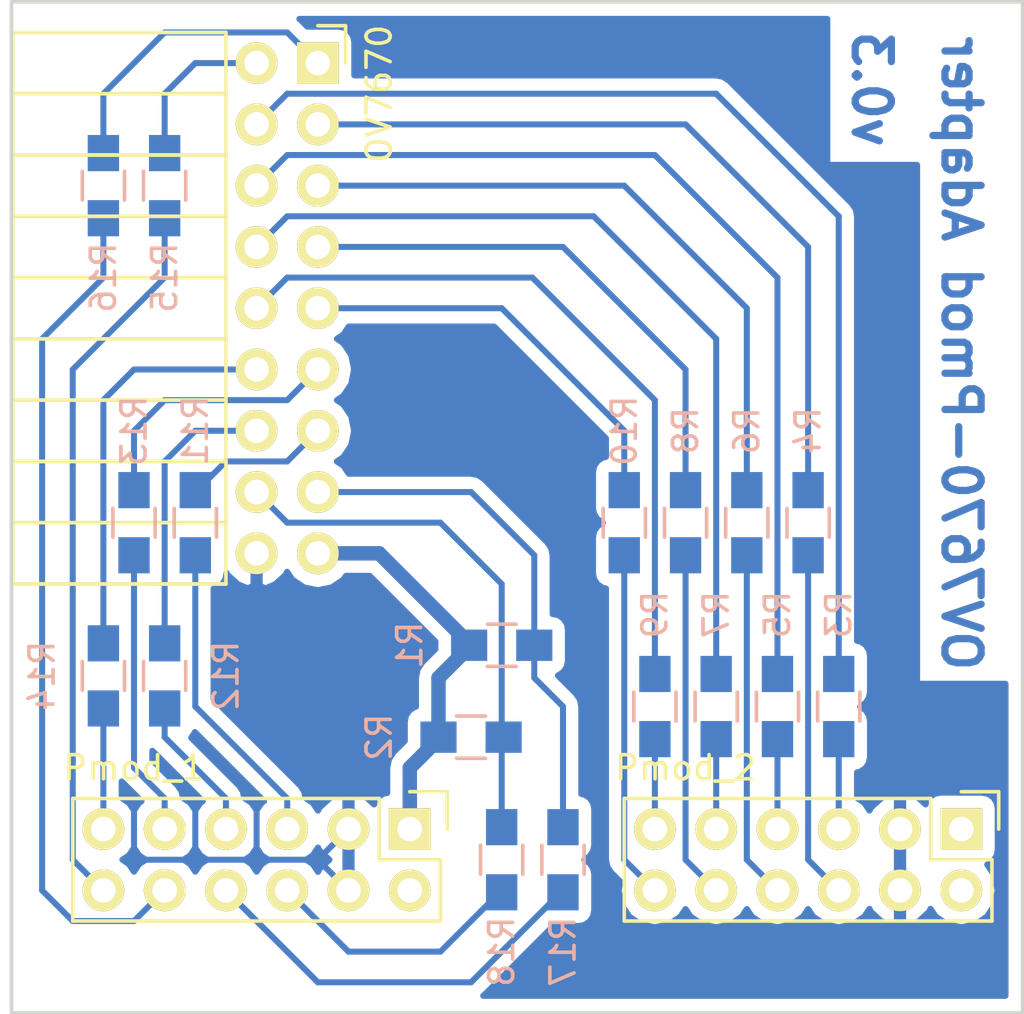
<source format=kicad_pcb>
(kicad_pcb (version 4) (host pcbnew 4.0.2+dfsg1-stable)

  (general
    (links 44)
    (no_connects 4)
    (area 125.654999 83.744999 167.715001 125.805001)
    (thickness 1.6)
    (drawings 6)
    (tracks 118)
    (zones 0)
    (modules 21)
    (nets 35)
  )

  (page A4)
  (layers
    (0 F.Cu power)
    (31 B.Cu mixed)
    (33 F.Adhes user)
    (35 F.Paste user)
    (37 F.SilkS user)
    (39 F.Mask user)
    (40 Dwgs.User user)
    (41 Cmts.User user)
    (42 Eco1.User user)
    (43 Eco2.User user)
    (44 Edge.Cuts user)
    (45 Margin user)
    (47 F.CrtYd user)
    (49 F.Fab user)
  )

  (setup
    (last_trace_width 0.25)
    (trace_clearance 0.2)
    (zone_clearance 0.508)
    (zone_45_only no)
    (trace_min 0.2)
    (segment_width 0.2)
    (edge_width 0.15)
    (via_size 0.6)
    (via_drill 0.4)
    (via_min_size 0.4)
    (via_min_drill 0.3)
    (uvia_size 0.3)
    (uvia_drill 0.1)
    (uvias_allowed no)
    (uvia_min_size 0.2)
    (uvia_min_drill 0.1)
    (pcb_text_width 0.3)
    (pcb_text_size 1.5 1.5)
    (mod_edge_width 0.15)
    (mod_text_size 1 1)
    (mod_text_width 0.15)
    (pad_size 1.524 1.524)
    (pad_drill 0.762)
    (pad_to_mask_clearance 0.2)
    (aux_axis_origin 0 0)
    (visible_elements FFFFFF7F)
    (pcbplotparams
      (layerselection 0x00020_80000001)
      (usegerberextensions false)
      (excludeedgelayer true)
      (linewidth 0.100000)
      (plotframeref false)
      (viasonmask false)
      (mode 1)
      (useauxorigin false)
      (hpglpennumber 1)
      (hpglpenspeed 20)
      (hpglpendiameter 15)
      (hpglpenoverlay 2)
      (psnegative false)
      (psa4output false)
      (plotreference true)
      (plotvalue true)
      (plotinvisibletext false)
      (padsonsilk false)
      (subtractmaskfromsilk false)
      (outputformat 4)
      (mirror false)
      (drillshape 0)
      (scaleselection 1)
      (outputdirectory plot/))
  )

  (net 0 "")
  (net 1 /D7)
  (net 2 /D6)
  (net 3 /D4)
  (net 4 /D5)
  (net 5 /D2)
  (net 6 /D3)
  (net 7 /D0)
  (net 8 /D1)
  (net 9 /RESET)
  (net 10 /PWDN)
  (net 11 /PCLK)
  (net 12 /XCLK)
  (net 13 /SIOC)
  (net 14 /SIOD)
  (net 15 /VSYNC)
  (net 16 /HREF)
  (net 17 VCC)
  (net 18 /GND)
  (net 19 /D1_r)
  (net 20 /RESET_r)
  (net 21 /PWDN_r)
  (net 22 /D0_r)
  (net 23 /D3_r)
  (net 24 /D2_r)
  (net 25 /D5_r)
  (net 26 /D4_r)
  (net 27 /D7_r)
  (net 28 /D6_r)
  (net 29 /PCLK_r)
  (net 30 /XCLK_r)
  (net 31 /VSYNC_r)
  (net 32 /HREF_r)
  (net 33 /SIOC_r)
  (net 34 /SIOD_r)

  (net_class Default "This is the default net class."
    (clearance 0.2)
    (trace_width 0.25)
    (via_dia 0.6)
    (via_drill 0.4)
    (uvia_dia 0.3)
    (uvia_drill 0.1)
    (add_net /D0)
    (add_net /D0_r)
    (add_net /D1)
    (add_net /D1_r)
    (add_net /D2)
    (add_net /D2_r)
    (add_net /D3)
    (add_net /D3_r)
    (add_net /D4)
    (add_net /D4_r)
    (add_net /D5)
    (add_net /D5_r)
    (add_net /D6)
    (add_net /D6_r)
    (add_net /D7)
    (add_net /D7_r)
    (add_net /GND)
    (add_net /HREF)
    (add_net /HREF_r)
    (add_net /PCLK)
    (add_net /PCLK_r)
    (add_net /PWDN)
    (add_net /PWDN_r)
    (add_net /RESET)
    (add_net /RESET_r)
    (add_net /SIOC)
    (add_net /SIOC_r)
    (add_net /SIOD)
    (add_net /SIOD_r)
    (add_net /VSYNC)
    (add_net /VSYNC_r)
    (add_net /XCLK)
    (add_net /XCLK_r)
  )

  (net_class VCC ""
    (clearance 0.2)
    (trace_width 0.6)
    (via_dia 0.6)
    (via_drill 0.4)
    (uvia_dia 0.3)
    (uvia_drill 0.1)
    (add_net VCC)
  )

  (module Socket_Strips:Socket_Strip_Angled_2x09 (layer F.Cu) (tedit 5AD873B6) (tstamp 5A93EDFF)
    (at 138.43 86.36 270)
    (descr "Through hole socket strip")
    (tags "socket strip")
    (path /5A90C7CF)
    (fp_text reference OV7670 (at 1.27 -2.54 270) (layer F.SilkS)
      (effects (font (size 1 1) (thickness 0.15)))
    )
    (fp_text value CONN_02X09 (at 16.51 -2.54 270) (layer F.Fab)
      (effects (font (size 1 1) (thickness 0.15)))
    )
    (fp_line (start -1.75 -1.35) (end -1.75 13.15) (layer F.CrtYd) (width 0.05))
    (fp_line (start 22.1 -1.35) (end 22.1 13.15) (layer F.CrtYd) (width 0.05))
    (fp_line (start -1.75 -1.35) (end 22.1 -1.35) (layer F.CrtYd) (width 0.05))
    (fp_line (start -1.75 13.15) (end 22.1 13.15) (layer F.CrtYd) (width 0.05))
    (fp_line (start 16.51 3.81) (end 16.51 12.64) (layer F.SilkS) (width 0.15))
    (fp_line (start 13.97 3.81) (end 16.51 3.81) (layer F.SilkS) (width 0.15))
    (fp_line (start 13.97 12.64) (end 16.51 12.64) (layer F.SilkS) (width 0.15))
    (fp_line (start 16.51 12.64) (end 16.51 3.81) (layer F.SilkS) (width 0.15))
    (fp_line (start 19.05 12.64) (end 19.05 3.81) (layer F.SilkS) (width 0.15))
    (fp_line (start 16.51 12.64) (end 19.05 12.64) (layer F.SilkS) (width 0.15))
    (fp_line (start 16.51 3.81) (end 19.05 3.81) (layer F.SilkS) (width 0.15))
    (fp_line (start 19.05 3.81) (end 19.05 12.64) (layer F.SilkS) (width 0.15))
    (fp_line (start 21.59 3.81) (end 21.59 12.64) (layer F.SilkS) (width 0.15))
    (fp_line (start 19.05 3.81) (end 21.59 3.81) (layer F.SilkS) (width 0.15))
    (fp_line (start 19.05 12.64) (end 21.59 12.64) (layer F.SilkS) (width 0.15))
    (fp_line (start 21.59 12.64) (end 21.59 3.81) (layer F.SilkS) (width 0.15))
    (fp_line (start 13.97 12.64) (end 13.97 3.81) (layer F.SilkS) (width 0.15))
    (fp_line (start 11.43 12.64) (end 13.97 12.64) (layer F.SilkS) (width 0.15))
    (fp_line (start 11.43 3.81) (end 13.97 3.81) (layer F.SilkS) (width 0.15))
    (fp_line (start 13.97 3.81) (end 13.97 12.64) (layer F.SilkS) (width 0.15))
    (fp_line (start 11.43 3.81) (end 11.43 12.64) (layer F.SilkS) (width 0.15))
    (fp_line (start 8.89 3.81) (end 11.43 3.81) (layer F.SilkS) (width 0.15))
    (fp_line (start 8.89 12.64) (end 11.43 12.64) (layer F.SilkS) (width 0.15))
    (fp_line (start 11.43 12.64) (end 11.43 3.81) (layer F.SilkS) (width 0.15))
    (fp_line (start 8.89 12.64) (end 8.89 3.81) (layer F.SilkS) (width 0.15))
    (fp_line (start 6.35 12.64) (end 8.89 12.64) (layer F.SilkS) (width 0.15))
    (fp_line (start 6.35 3.81) (end 8.89 3.81) (layer F.SilkS) (width 0.15))
    (fp_line (start 8.89 3.81) (end 8.89 12.64) (layer F.SilkS) (width 0.15))
    (fp_line (start 6.35 3.81) (end 6.35 12.64) (layer F.SilkS) (width 0.15))
    (fp_line (start 3.81 3.81) (end 6.35 3.81) (layer F.SilkS) (width 0.15))
    (fp_line (start 3.81 12.64) (end 6.35 12.64) (layer F.SilkS) (width 0.15))
    (fp_line (start 6.35 12.64) (end 6.35 3.81) (layer F.SilkS) (width 0.15))
    (fp_line (start 3.81 12.64) (end 3.81 3.81) (layer F.SilkS) (width 0.15))
    (fp_line (start 1.27 12.64) (end 3.81 12.64) (layer F.SilkS) (width 0.15))
    (fp_line (start 1.27 3.81) (end 3.81 3.81) (layer F.SilkS) (width 0.15))
    (fp_line (start 3.81 3.81) (end 3.81 12.64) (layer F.SilkS) (width 0.15))
    (fp_line (start 1.27 3.81) (end 1.27 12.64) (layer F.SilkS) (width 0.15))
    (fp_line (start -1.27 3.81) (end 1.27 3.81) (layer F.SilkS) (width 0.15))
    (fp_line (start 0 -1.15) (end -1.55 -1.15) (layer F.SilkS) (width 0.15))
    (fp_line (start -1.55 -1.15) (end -1.55 0) (layer F.SilkS) (width 0.15))
    (fp_line (start -1.27 3.81) (end -1.27 12.64) (layer F.SilkS) (width 0.15))
    (fp_line (start -1.27 12.64) (end 1.27 12.64) (layer F.SilkS) (width 0.15))
    (fp_line (start 1.27 12.64) (end 1.27 3.81) (layer F.SilkS) (width 0.15))
    (pad 1 thru_hole rect (at 0 0 270) (size 1.7272 1.7272) (drill 1.016) (layers *.Cu *.Mask F.SilkS)
      (net 20 /RESET_r))
    (pad 2 thru_hole oval (at 0 2.54 270) (size 1.7272 1.7272) (drill 1.016) (layers *.Cu *.Mask F.SilkS)
      (net 21 /PWDN_r))
    (pad 3 thru_hole oval (at 2.54 0 270) (size 1.7272 1.7272) (drill 1.016) (layers *.Cu *.Mask F.SilkS)
      (net 19 /D1_r))
    (pad 4 thru_hole oval (at 2.54 2.54 270) (size 1.7272 1.7272) (drill 1.016) (layers *.Cu *.Mask F.SilkS)
      (net 22 /D0_r))
    (pad 5 thru_hole oval (at 5.08 0 270) (size 1.7272 1.7272) (drill 1.016) (layers *.Cu *.Mask F.SilkS)
      (net 23 /D3_r))
    (pad 6 thru_hole oval (at 5.08 2.54 270) (size 1.7272 1.7272) (drill 1.016) (layers *.Cu *.Mask F.SilkS)
      (net 24 /D2_r))
    (pad 7 thru_hole oval (at 7.62 0 270) (size 1.7272 1.7272) (drill 1.016) (layers *.Cu *.Mask F.SilkS)
      (net 25 /D5_r))
    (pad 8 thru_hole oval (at 7.62 2.54 270) (size 1.7272 1.7272) (drill 1.016) (layers *.Cu *.Mask F.SilkS)
      (net 26 /D4_r))
    (pad 9 thru_hole oval (at 10.16 0 270) (size 1.7272 1.7272) (drill 1.016) (layers *.Cu *.Mask F.SilkS)
      (net 27 /D7_r))
    (pad 10 thru_hole oval (at 10.16 2.54 270) (size 1.7272 1.7272) (drill 1.016) (layers *.Cu *.Mask F.SilkS)
      (net 28 /D6_r))
    (pad 11 thru_hole oval (at 12.7 0 270) (size 1.7272 1.7272) (drill 1.016) (layers *.Cu *.Mask F.SilkS)
      (net 29 /PCLK_r))
    (pad 12 thru_hole oval (at 12.7 2.54 270) (size 1.7272 1.7272) (drill 1.016) (layers *.Cu *.Mask F.SilkS)
      (net 30 /XCLK_r))
    (pad 13 thru_hole oval (at 15.24 0 270) (size 1.7272 1.7272) (drill 1.016) (layers *.Cu *.Mask F.SilkS)
      (net 31 /VSYNC_r))
    (pad 14 thru_hole oval (at 15.24 2.54 270) (size 1.7272 1.7272) (drill 1.016) (layers *.Cu *.Mask F.SilkS)
      (net 32 /HREF_r))
    (pad 15 thru_hole oval (at 17.78 0 270) (size 1.7272 1.7272) (drill 1.016) (layers *.Cu *.Mask F.SilkS)
      (net 33 /SIOC_r))
    (pad 16 thru_hole oval (at 17.78 2.54 270) (size 1.7272 1.7272) (drill 1.016) (layers *.Cu *.Mask F.SilkS)
      (net 34 /SIOD_r))
    (pad 17 thru_hole oval (at 20.32 0 270) (size 1.7272 1.7272) (drill 1.016) (layers *.Cu *.Mask F.SilkS)
      (net 17 VCC))
    (pad 18 thru_hole oval (at 20.32 2.54 270) (size 1.7272 1.7272) (drill 1.016) (layers *.Cu *.Mask F.SilkS)
      (net 18 /GND))
    (model Socket_Strips.3dshapes/Socket_Strip_Angled_2x09.wrl
      (at (xyz 0.4 -0.05 0))
      (scale (xyz 1 1 1))
      (rotate (xyz 0 0 180))
    )
  )

  (module Pin_Headers:Pin_Header_Straight_2x06 (layer F.Cu) (tedit 5A92F11C) (tstamp 5A92F0E2)
    (at 165.1 118.11 270)
    (descr "Through hole pin header")
    (tags "pin header")
    (path /5A90C673)
    (fp_text reference Pmod_2 (at -2.54 11.43 360) (layer F.SilkS)
      (effects (font (size 1 1) (thickness 0.15)))
    )
    (fp_text value CONN_02X06 (at 5.08 3.81 360) (layer F.Fab)
      (effects (font (size 1 1) (thickness 0.15)))
    )
    (fp_line (start -1.75 -1.75) (end -1.75 14.45) (layer F.CrtYd) (width 0.05))
    (fp_line (start 4.3 -1.75) (end 4.3 14.45) (layer F.CrtYd) (width 0.05))
    (fp_line (start -1.75 -1.75) (end 4.3 -1.75) (layer F.CrtYd) (width 0.05))
    (fp_line (start -1.75 14.45) (end 4.3 14.45) (layer F.CrtYd) (width 0.05))
    (fp_line (start 3.81 13.97) (end 3.81 -1.27) (layer F.SilkS) (width 0.15))
    (fp_line (start -1.27 1.27) (end -1.27 13.97) (layer F.SilkS) (width 0.15))
    (fp_line (start 3.81 13.97) (end -1.27 13.97) (layer F.SilkS) (width 0.15))
    (fp_line (start 3.81 -1.27) (end 1.27 -1.27) (layer F.SilkS) (width 0.15))
    (fp_line (start 0 -1.55) (end -1.55 -1.55) (layer F.SilkS) (width 0.15))
    (fp_line (start 1.27 -1.27) (end 1.27 1.27) (layer F.SilkS) (width 0.15))
    (fp_line (start 1.27 1.27) (end -1.27 1.27) (layer F.SilkS) (width 0.15))
    (fp_line (start -1.55 -1.55) (end -1.55 0) (layer F.SilkS) (width 0.15))
    (pad 1 thru_hole rect (at 0 0 270) (size 1.7272 1.7272) (drill 1.016) (layers *.Cu *.Mask F.SilkS)
      (net 17 VCC))
    (pad 2 thru_hole oval (at 2.54 0 270) (size 1.7272 1.7272) (drill 1.016) (layers *.Cu *.Mask F.SilkS)
      (net 17 VCC))
    (pad 3 thru_hole oval (at 0 2.54 270) (size 1.7272 1.7272) (drill 1.016) (layers *.Cu *.Mask F.SilkS)
      (net 18 /GND))
    (pad 4 thru_hole oval (at 2.54 2.54 270) (size 1.7272 1.7272) (drill 1.016) (layers *.Cu *.Mask F.SilkS)
      (net 18 /GND))
    (pad 5 thru_hole oval (at 0 5.08 270) (size 1.7272 1.7272) (drill 1.016) (layers *.Cu *.Mask F.SilkS)
      (net 7 /D0))
    (pad 6 thru_hole oval (at 2.54 5.08 270) (size 1.7272 1.7272) (drill 1.016) (layers *.Cu *.Mask F.SilkS)
      (net 8 /D1))
    (pad 7 thru_hole oval (at 0 7.62 270) (size 1.7272 1.7272) (drill 1.016) (layers *.Cu *.Mask F.SilkS)
      (net 5 /D2))
    (pad 8 thru_hole oval (at 2.54 7.62 270) (size 1.7272 1.7272) (drill 1.016) (layers *.Cu *.Mask F.SilkS)
      (net 6 /D3))
    (pad 9 thru_hole oval (at 0 10.16 270) (size 1.7272 1.7272) (drill 1.016) (layers *.Cu *.Mask F.SilkS)
      (net 3 /D4))
    (pad 10 thru_hole oval (at 2.54 10.16 270) (size 1.7272 1.7272) (drill 1.016) (layers *.Cu *.Mask F.SilkS)
      (net 4 /D5))
    (pad 11 thru_hole oval (at 0 12.7 270) (size 1.7272 1.7272) (drill 1.016) (layers *.Cu *.Mask F.SilkS)
      (net 2 /D6))
    (pad 12 thru_hole oval (at 2.54 12.7 270) (size 1.7272 1.7272) (drill 1.016) (layers *.Cu *.Mask F.SilkS)
      (net 1 /D7))
    (model Pin_Headers.3dshapes/Pin_Header_Straight_2x06.wrl
      (at (xyz 0.05 -0.25 0))
      (scale (xyz 1 1 1))
      (rotate (xyz 0 0 90))
    )
  )

  (module Pin_Headers:Pin_Header_Straight_2x06 (layer F.Cu) (tedit 5A92F124) (tstamp 5A92F082)
    (at 142.24 118.11 270)
    (descr "Through hole pin header")
    (tags "pin header")
    (path /5A90C6F6)
    (fp_text reference Pmod_1 (at -2.54 11.43 360) (layer F.SilkS)
      (effects (font (size 1 1) (thickness 0.15)))
    )
    (fp_text value CONN_02X06 (at 5.08 3.81 360) (layer F.Fab)
      (effects (font (size 1 1) (thickness 0.15)))
    )
    (fp_line (start -1.75 -1.75) (end -1.75 14.45) (layer F.CrtYd) (width 0.05))
    (fp_line (start 4.3 -1.75) (end 4.3 14.45) (layer F.CrtYd) (width 0.05))
    (fp_line (start -1.75 -1.75) (end 4.3 -1.75) (layer F.CrtYd) (width 0.05))
    (fp_line (start -1.75 14.45) (end 4.3 14.45) (layer F.CrtYd) (width 0.05))
    (fp_line (start 3.81 13.97) (end 3.81 -1.27) (layer F.SilkS) (width 0.15))
    (fp_line (start -1.27 1.27) (end -1.27 13.97) (layer F.SilkS) (width 0.15))
    (fp_line (start 3.81 13.97) (end -1.27 13.97) (layer F.SilkS) (width 0.15))
    (fp_line (start 3.81 -1.27) (end 1.27 -1.27) (layer F.SilkS) (width 0.15))
    (fp_line (start 0 -1.55) (end -1.55 -1.55) (layer F.SilkS) (width 0.15))
    (fp_line (start 1.27 -1.27) (end 1.27 1.27) (layer F.SilkS) (width 0.15))
    (fp_line (start 1.27 1.27) (end -1.27 1.27) (layer F.SilkS) (width 0.15))
    (fp_line (start -1.55 -1.55) (end -1.55 0) (layer F.SilkS) (width 0.15))
    (pad 1 thru_hole rect (at 0 0 270) (size 1.7272 1.7272) (drill 1.016) (layers *.Cu *.Mask F.SilkS)
      (net 17 VCC))
    (pad 2 thru_hole oval (at 2.54 0 270) (size 1.7272 1.7272) (drill 1.016) (layers *.Cu *.Mask F.SilkS)
      (net 17 VCC))
    (pad 3 thru_hole oval (at 0 2.54 270) (size 1.7272 1.7272) (drill 1.016) (layers *.Cu *.Mask F.SilkS)
      (net 18 /GND))
    (pad 4 thru_hole oval (at 2.54 2.54 270) (size 1.7272 1.7272) (drill 1.016) (layers *.Cu *.Mask F.SilkS)
      (net 18 /GND))
    (pad 5 thru_hole oval (at 0 5.08 270) (size 1.7272 1.7272) (drill 1.016) (layers *.Cu *.Mask F.SilkS)
      (net 15 /VSYNC))
    (pad 6 thru_hole oval (at 2.54 5.08 270) (size 1.7272 1.7272) (drill 1.016) (layers *.Cu *.Mask F.SilkS)
      (net 14 /SIOD))
    (pad 7 thru_hole oval (at 0 7.62 270) (size 1.7272 1.7272) (drill 1.016) (layers *.Cu *.Mask F.SilkS)
      (net 16 /HREF))
    (pad 8 thru_hole oval (at 2.54 7.62 270) (size 1.7272 1.7272) (drill 1.016) (layers *.Cu *.Mask F.SilkS)
      (net 13 /SIOC))
    (pad 9 thru_hole oval (at 0 10.16 270) (size 1.7272 1.7272) (drill 1.016) (layers *.Cu *.Mask F.SilkS)
      (net 11 /PCLK))
    (pad 10 thru_hole oval (at 2.54 10.16 270) (size 1.7272 1.7272) (drill 1.016) (layers *.Cu *.Mask F.SilkS)
      (net 9 /RESET))
    (pad 11 thru_hole oval (at 0 12.7 270) (size 1.7272 1.7272) (drill 1.016) (layers *.Cu *.Mask F.SilkS)
      (net 12 /XCLK))
    (pad 12 thru_hole oval (at 2.54 12.7 270) (size 1.7272 1.7272) (drill 1.016) (layers *.Cu *.Mask F.SilkS)
      (net 10 /PWDN))
    (model Pin_Headers.3dshapes/Pin_Header_Straight_2x06.wrl
      (at (xyz 0.05 -0.25 0))
      (scale (xyz 1 1 1))
      (rotate (xyz 0 0 90))
    )
  )

  (module Resistors_SMD:R_0805_HandSoldering (layer B.Cu) (tedit 5AD5FC6A) (tstamp 5AD5DF6F)
    (at 160.02 113.03 270)
    (descr "Resistor SMD 0805, hand soldering")
    (tags "resistor 0805")
    (path /5AD5EB4C)
    (attr smd)
    (fp_text reference R3 (at -3.81 0 270) (layer B.SilkS)
      (effects (font (size 1 1) (thickness 0.15)) (justify mirror))
    )
    (fp_text value 100 (at 0 -2.1 270) (layer B.Fab)
      (effects (font (size 1 1) (thickness 0.15)) (justify mirror))
    )
    (fp_line (start -2.4 1) (end 2.4 1) (layer B.CrtYd) (width 0.05))
    (fp_line (start -2.4 -1) (end 2.4 -1) (layer B.CrtYd) (width 0.05))
    (fp_line (start -2.4 1) (end -2.4 -1) (layer B.CrtYd) (width 0.05))
    (fp_line (start 2.4 1) (end 2.4 -1) (layer B.CrtYd) (width 0.05))
    (fp_line (start 0.6 -0.875) (end -0.6 -0.875) (layer B.SilkS) (width 0.15))
    (fp_line (start -0.6 0.875) (end 0.6 0.875) (layer B.SilkS) (width 0.15))
    (pad 1 smd rect (at -1.35 0 270) (size 1.5 1.3) (layers B.Cu)
      (net 22 /D0_r))
    (pad 2 smd rect (at 1.35 0 270) (size 1.5 1.3) (layers B.Cu)
      (net 7 /D0))
    (model Resistors_SMD.3dshapes/R_0805_HandSoldering.wrl
      (at (xyz 0 0 0))
      (scale (xyz 1 1 1))
      (rotate (xyz 0 0 0))
    )
  )

  (module Resistors_SMD:R_0805_HandSoldering (layer B.Cu) (tedit 5AD5FC6E) (tstamp 5AD5EE93)
    (at 158.75 105.41 270)
    (descr "Resistor SMD 0805, hand soldering")
    (tags "resistor 0805")
    (path /5AD5D350)
    (attr smd)
    (fp_text reference R4 (at -3.81 0 270) (layer B.SilkS)
      (effects (font (size 1 1) (thickness 0.15)) (justify mirror))
    )
    (fp_text value 100 (at 0 -1.27 270) (layer B.Fab)
      (effects (font (size 1 1) (thickness 0.15)) (justify mirror))
    )
    (fp_line (start -2.4 1) (end 2.4 1) (layer B.CrtYd) (width 0.05))
    (fp_line (start -2.4 -1) (end 2.4 -1) (layer B.CrtYd) (width 0.05))
    (fp_line (start -2.4 1) (end -2.4 -1) (layer B.CrtYd) (width 0.05))
    (fp_line (start 2.4 1) (end 2.4 -1) (layer B.CrtYd) (width 0.05))
    (fp_line (start 0.6 -0.875) (end -0.6 -0.875) (layer B.SilkS) (width 0.15))
    (fp_line (start -0.6 0.875) (end 0.6 0.875) (layer B.SilkS) (width 0.15))
    (pad 1 smd rect (at -1.35 0 270) (size 1.5 1.3) (layers B.Cu)
      (net 19 /D1_r))
    (pad 2 smd rect (at 1.35 0 270) (size 1.5 1.3) (layers B.Cu)
      (net 8 /D1))
    (model Resistors_SMD.3dshapes/R_0805_HandSoldering.wrl
      (at (xyz 0 0 0))
      (scale (xyz 1 1 1))
      (rotate (xyz 0 0 0))
    )
  )

  (module Resistors_SMD:R_0805_HandSoldering (layer B.Cu) (tedit 5AD5FC66) (tstamp 5AD5EE9F)
    (at 157.48 113.03 270)
    (descr "Resistor SMD 0805, hand soldering")
    (tags "resistor 0805")
    (path /5AD5E928)
    (attr smd)
    (fp_text reference R5 (at -3.81 0 270) (layer B.SilkS)
      (effects (font (size 1 1) (thickness 0.15)) (justify mirror))
    )
    (fp_text value 100 (at 0 -2.1 270) (layer B.Fab)
      (effects (font (size 1 1) (thickness 0.15)) (justify mirror))
    )
    (fp_line (start -2.4 1) (end 2.4 1) (layer B.CrtYd) (width 0.05))
    (fp_line (start -2.4 -1) (end 2.4 -1) (layer B.CrtYd) (width 0.05))
    (fp_line (start -2.4 1) (end -2.4 -1) (layer B.CrtYd) (width 0.05))
    (fp_line (start 2.4 1) (end 2.4 -1) (layer B.CrtYd) (width 0.05))
    (fp_line (start 0.6 -0.875) (end -0.6 -0.875) (layer B.SilkS) (width 0.15))
    (fp_line (start -0.6 0.875) (end 0.6 0.875) (layer B.SilkS) (width 0.15))
    (pad 1 smd rect (at -1.35 0 270) (size 1.5 1.3) (layers B.Cu)
      (net 24 /D2_r))
    (pad 2 smd rect (at 1.35 0 270) (size 1.5 1.3) (layers B.Cu)
      (net 5 /D2))
    (model Resistors_SMD.3dshapes/R_0805_HandSoldering.wrl
      (at (xyz 0 0 0))
      (scale (xyz 1 1 1))
      (rotate (xyz 0 0 0))
    )
  )

  (module Resistors_SMD:R_0805_HandSoldering (layer B.Cu) (tedit 5AD5FC71) (tstamp 5AD5EEAB)
    (at 156.21 105.41 270)
    (descr "Resistor SMD 0805, hand soldering")
    (tags "resistor 0805")
    (path /5AD5E95B)
    (attr smd)
    (fp_text reference R6 (at -3.81 0 270) (layer B.SilkS)
      (effects (font (size 1 1) (thickness 0.15)) (justify mirror))
    )
    (fp_text value 100 (at 0 -2.1 270) (layer B.Fab)
      (effects (font (size 1 1) (thickness 0.15)) (justify mirror))
    )
    (fp_line (start -2.4 1) (end 2.4 1) (layer B.CrtYd) (width 0.05))
    (fp_line (start -2.4 -1) (end 2.4 -1) (layer B.CrtYd) (width 0.05))
    (fp_line (start -2.4 1) (end -2.4 -1) (layer B.CrtYd) (width 0.05))
    (fp_line (start 2.4 1) (end 2.4 -1) (layer B.CrtYd) (width 0.05))
    (fp_line (start 0.6 -0.875) (end -0.6 -0.875) (layer B.SilkS) (width 0.15))
    (fp_line (start -0.6 0.875) (end 0.6 0.875) (layer B.SilkS) (width 0.15))
    (pad 1 smd rect (at -1.35 0 270) (size 1.5 1.3) (layers B.Cu)
      (net 23 /D3_r))
    (pad 2 smd rect (at 1.35 0 270) (size 1.5 1.3) (layers B.Cu)
      (net 6 /D3))
    (model Resistors_SMD.3dshapes/R_0805_HandSoldering.wrl
      (at (xyz 0 0 0))
      (scale (xyz 1 1 1))
      (rotate (xyz 0 0 0))
    )
  )

  (module Resistors_SMD:R_0805_HandSoldering (layer B.Cu) (tedit 5AD5FC63) (tstamp 5AD5EEB7)
    (at 154.94 113.03 270)
    (descr "Resistor SMD 0805, hand soldering")
    (tags "resistor 0805")
    (path /5AD5E989)
    (attr smd)
    (fp_text reference R7 (at -3.81 0 270) (layer B.SilkS)
      (effects (font (size 1 1) (thickness 0.15)) (justify mirror))
    )
    (fp_text value 100 (at 0 -2.1 270) (layer B.Fab)
      (effects (font (size 1 1) (thickness 0.15)) (justify mirror))
    )
    (fp_line (start -2.4 1) (end 2.4 1) (layer B.CrtYd) (width 0.05))
    (fp_line (start -2.4 -1) (end 2.4 -1) (layer B.CrtYd) (width 0.05))
    (fp_line (start -2.4 1) (end -2.4 -1) (layer B.CrtYd) (width 0.05))
    (fp_line (start 2.4 1) (end 2.4 -1) (layer B.CrtYd) (width 0.05))
    (fp_line (start 0.6 -0.875) (end -0.6 -0.875) (layer B.SilkS) (width 0.15))
    (fp_line (start -0.6 0.875) (end 0.6 0.875) (layer B.SilkS) (width 0.15))
    (pad 1 smd rect (at -1.35 0 270) (size 1.5 1.3) (layers B.Cu)
      (net 26 /D4_r))
    (pad 2 smd rect (at 1.35 0 270) (size 1.5 1.3) (layers B.Cu)
      (net 3 /D4))
    (model Resistors_SMD.3dshapes/R_0805_HandSoldering.wrl
      (at (xyz 0 0 0))
      (scale (xyz 1 1 1))
      (rotate (xyz 0 0 0))
    )
  )

  (module Resistors_SMD:R_0805_HandSoldering (layer B.Cu) (tedit 5AD5FC74) (tstamp 5AD5EEC3)
    (at 153.67 105.41 270)
    (descr "Resistor SMD 0805, hand soldering")
    (tags "resistor 0805")
    (path /5AD5EA33)
    (attr smd)
    (fp_text reference R8 (at -3.81 0 270) (layer B.SilkS)
      (effects (font (size 1 1) (thickness 0.15)) (justify mirror))
    )
    (fp_text value 100 (at 0 -2.1 270) (layer B.Fab)
      (effects (font (size 1 1) (thickness 0.15)) (justify mirror))
    )
    (fp_line (start -2.4 1) (end 2.4 1) (layer B.CrtYd) (width 0.05))
    (fp_line (start -2.4 -1) (end 2.4 -1) (layer B.CrtYd) (width 0.05))
    (fp_line (start -2.4 1) (end -2.4 -1) (layer B.CrtYd) (width 0.05))
    (fp_line (start 2.4 1) (end 2.4 -1) (layer B.CrtYd) (width 0.05))
    (fp_line (start 0.6 -0.875) (end -0.6 -0.875) (layer B.SilkS) (width 0.15))
    (fp_line (start -0.6 0.875) (end 0.6 0.875) (layer B.SilkS) (width 0.15))
    (pad 1 smd rect (at -1.35 0 270) (size 1.5 1.3) (layers B.Cu)
      (net 25 /D5_r))
    (pad 2 smd rect (at 1.35 0 270) (size 1.5 1.3) (layers B.Cu)
      (net 4 /D5))
    (model Resistors_SMD.3dshapes/R_0805_HandSoldering.wrl
      (at (xyz 0 0 0))
      (scale (xyz 1 1 1))
      (rotate (xyz 0 0 0))
    )
  )

  (module Resistors_SMD:R_0805_HandSoldering (layer B.Cu) (tedit 5AD5FC5F) (tstamp 5AD5EECF)
    (at 152.4 113.03 270)
    (descr "Resistor SMD 0805, hand soldering")
    (tags "resistor 0805")
    (path /5AD5EADF)
    (attr smd)
    (fp_text reference R9 (at -3.81 0 270) (layer B.SilkS)
      (effects (font (size 1 1) (thickness 0.15)) (justify mirror))
    )
    (fp_text value 100 (at 0 -2.1 270) (layer B.Fab)
      (effects (font (size 1 1) (thickness 0.15)) (justify mirror))
    )
    (fp_line (start -2.4 1) (end 2.4 1) (layer B.CrtYd) (width 0.05))
    (fp_line (start -2.4 -1) (end 2.4 -1) (layer B.CrtYd) (width 0.05))
    (fp_line (start -2.4 1) (end -2.4 -1) (layer B.CrtYd) (width 0.05))
    (fp_line (start 2.4 1) (end 2.4 -1) (layer B.CrtYd) (width 0.05))
    (fp_line (start 0.6 -0.875) (end -0.6 -0.875) (layer B.SilkS) (width 0.15))
    (fp_line (start -0.6 0.875) (end 0.6 0.875) (layer B.SilkS) (width 0.15))
    (pad 1 smd rect (at -1.35 0 270) (size 1.5 1.3) (layers B.Cu)
      (net 28 /D6_r))
    (pad 2 smd rect (at 1.35 0 270) (size 1.5 1.3) (layers B.Cu)
      (net 2 /D6))
    (model Resistors_SMD.3dshapes/R_0805_HandSoldering.wrl
      (at (xyz 0 0 0))
      (scale (xyz 1 1 1))
      (rotate (xyz 0 0 0))
    )
  )

  (module Resistors_SMD:R_0805_HandSoldering (layer B.Cu) (tedit 5AD5FC77) (tstamp 5AD5EEDB)
    (at 151.13 105.41 270)
    (descr "Resistor SMD 0805, hand soldering")
    (tags "resistor 0805")
    (path /5AD5EB14)
    (attr smd)
    (fp_text reference R10 (at -3.81 0 270) (layer B.SilkS)
      (effects (font (size 1 1) (thickness 0.15)) (justify mirror))
    )
    (fp_text value 100 (at 0 -2.1 270) (layer B.Fab)
      (effects (font (size 1 1) (thickness 0.15)) (justify mirror))
    )
    (fp_line (start -2.4 1) (end 2.4 1) (layer B.CrtYd) (width 0.05))
    (fp_line (start -2.4 -1) (end 2.4 -1) (layer B.CrtYd) (width 0.05))
    (fp_line (start -2.4 1) (end -2.4 -1) (layer B.CrtYd) (width 0.05))
    (fp_line (start 2.4 1) (end 2.4 -1) (layer B.CrtYd) (width 0.05))
    (fp_line (start 0.6 -0.875) (end -0.6 -0.875) (layer B.SilkS) (width 0.15))
    (fp_line (start -0.6 0.875) (end 0.6 0.875) (layer B.SilkS) (width 0.15))
    (pad 1 smd rect (at -1.35 0 270) (size 1.5 1.3) (layers B.Cu)
      (net 27 /D7_r))
    (pad 2 smd rect (at 1.35 0 270) (size 1.5 1.3) (layers B.Cu)
      (net 1 /D7))
    (model Resistors_SMD.3dshapes/R_0805_HandSoldering.wrl
      (at (xyz 0 0 0))
      (scale (xyz 1 1 1))
      (rotate (xyz 0 0 0))
    )
  )

  (module Resistors_SMD:R_0805_HandSoldering (layer B.Cu) (tedit 5AD5FC47) (tstamp 5AD5EEE7)
    (at 133.35 105.41 270)
    (descr "Resistor SMD 0805, hand soldering")
    (tags "resistor 0805")
    (path /5AD60FC6)
    (attr smd)
    (fp_text reference R11 (at -3.81 0 270) (layer B.SilkS)
      (effects (font (size 1 1) (thickness 0.15)) (justify mirror))
    )
    (fp_text value 100 (at 0 -2.1 270) (layer B.Fab)
      (effects (font (size 1 1) (thickness 0.15)) (justify mirror))
    )
    (fp_line (start -2.4 1) (end 2.4 1) (layer B.CrtYd) (width 0.05))
    (fp_line (start -2.4 -1) (end 2.4 -1) (layer B.CrtYd) (width 0.05))
    (fp_line (start -2.4 1) (end -2.4 -1) (layer B.CrtYd) (width 0.05))
    (fp_line (start 2.4 1) (end 2.4 -1) (layer B.CrtYd) (width 0.05))
    (fp_line (start 0.6 -0.875) (end -0.6 -0.875) (layer B.SilkS) (width 0.15))
    (fp_line (start -0.6 0.875) (end 0.6 0.875) (layer B.SilkS) (width 0.15))
    (pad 1 smd rect (at -1.35 0 270) (size 1.5 1.3) (layers B.Cu)
      (net 31 /VSYNC_r))
    (pad 2 smd rect (at 1.35 0 270) (size 1.5 1.3) (layers B.Cu)
      (net 15 /VSYNC))
    (model Resistors_SMD.3dshapes/R_0805_HandSoldering.wrl
      (at (xyz 0 0 0))
      (scale (xyz 1 1 1))
      (rotate (xyz 0 0 0))
    )
  )

  (module Resistors_SMD:R_0805_HandSoldering (layer B.Cu) (tedit 5AD87933) (tstamp 5AD5EEF3)
    (at 132.08 111.76 270)
    (descr "Resistor SMD 0805, hand soldering")
    (tags "resistor 0805")
    (path /5AD60FCC)
    (attr smd)
    (fp_text reference R12 (at 0 -2.54 270) (layer B.SilkS)
      (effects (font (size 1 1) (thickness 0.15)) (justify mirror))
    )
    (fp_text value 100 (at 0 -2.1 270) (layer B.Fab)
      (effects (font (size 1 1) (thickness 0.15)) (justify mirror))
    )
    (fp_line (start -2.4 1) (end 2.4 1) (layer B.CrtYd) (width 0.05))
    (fp_line (start -2.4 -1) (end 2.4 -1) (layer B.CrtYd) (width 0.05))
    (fp_line (start -2.4 1) (end -2.4 -1) (layer B.CrtYd) (width 0.05))
    (fp_line (start 2.4 1) (end 2.4 -1) (layer B.CrtYd) (width 0.05))
    (fp_line (start 0.6 -0.875) (end -0.6 -0.875) (layer B.SilkS) (width 0.15))
    (fp_line (start -0.6 0.875) (end 0.6 0.875) (layer B.SilkS) (width 0.15))
    (pad 1 smd rect (at -1.35 0 270) (size 1.5 1.3) (layers B.Cu)
      (net 32 /HREF_r))
    (pad 2 smd rect (at 1.35 0 270) (size 1.5 1.3) (layers B.Cu)
      (net 16 /HREF))
    (model Resistors_SMD.3dshapes/R_0805_HandSoldering.wrl
      (at (xyz 0 0 0))
      (scale (xyz 1 1 1))
      (rotate (xyz 0 0 0))
    )
  )

  (module Resistors_SMD:R_0805_HandSoldering (layer B.Cu) (tedit 5AD5FC43) (tstamp 5AD5EEFF)
    (at 130.81 105.41 270)
    (descr "Resistor SMD 0805, hand soldering")
    (tags "resistor 0805")
    (path /5AD60FB9)
    (attr smd)
    (fp_text reference R13 (at -3.81 0 270) (layer B.SilkS)
      (effects (font (size 1 1) (thickness 0.15)) (justify mirror))
    )
    (fp_text value 100 (at 0 -2.1 270) (layer B.Fab)
      (effects (font (size 1 1) (thickness 0.15)) (justify mirror))
    )
    (fp_line (start -2.4 1) (end 2.4 1) (layer B.CrtYd) (width 0.05))
    (fp_line (start -2.4 -1) (end 2.4 -1) (layer B.CrtYd) (width 0.05))
    (fp_line (start -2.4 1) (end -2.4 -1) (layer B.CrtYd) (width 0.05))
    (fp_line (start 2.4 1) (end 2.4 -1) (layer B.CrtYd) (width 0.05))
    (fp_line (start 0.6 -0.875) (end -0.6 -0.875) (layer B.SilkS) (width 0.15))
    (fp_line (start -0.6 0.875) (end 0.6 0.875) (layer B.SilkS) (width 0.15))
    (pad 1 smd rect (at -1.35 0 270) (size 1.5 1.3) (layers B.Cu)
      (net 29 /PCLK_r))
    (pad 2 smd rect (at 1.35 0 270) (size 1.5 1.3) (layers B.Cu)
      (net 11 /PCLK))
    (model Resistors_SMD.3dshapes/R_0805_HandSoldering.wrl
      (at (xyz 0 0 0))
      (scale (xyz 1 1 1))
      (rotate (xyz 0 0 0))
    )
  )

  (module Resistors_SMD:R_0805_HandSoldering (layer B.Cu) (tedit 5AD87931) (tstamp 5AD5EF0B)
    (at 129.54 111.76 270)
    (descr "Resistor SMD 0805, hand soldering")
    (tags "resistor 0805")
    (path /5AD60FC0)
    (attr smd)
    (fp_text reference R14 (at 0 2.54 450) (layer B.SilkS)
      (effects (font (size 1 1) (thickness 0.15)) (justify mirror))
    )
    (fp_text value 100 (at 0 -2.1 270) (layer B.Fab)
      (effects (font (size 1 1) (thickness 0.15)) (justify mirror))
    )
    (fp_line (start -2.4 1) (end 2.4 1) (layer B.CrtYd) (width 0.05))
    (fp_line (start -2.4 -1) (end 2.4 -1) (layer B.CrtYd) (width 0.05))
    (fp_line (start -2.4 1) (end -2.4 -1) (layer B.CrtYd) (width 0.05))
    (fp_line (start 2.4 1) (end 2.4 -1) (layer B.CrtYd) (width 0.05))
    (fp_line (start 0.6 -0.875) (end -0.6 -0.875) (layer B.SilkS) (width 0.15))
    (fp_line (start -0.6 0.875) (end 0.6 0.875) (layer B.SilkS) (width 0.15))
    (pad 1 smd rect (at -1.35 0 270) (size 1.5 1.3) (layers B.Cu)
      (net 30 /XCLK_r))
    (pad 2 smd rect (at 1.35 0 270) (size 1.5 1.3) (layers B.Cu)
      (net 12 /XCLK))
    (model Resistors_SMD.3dshapes/R_0805_HandSoldering.wrl
      (at (xyz 0 0 0))
      (scale (xyz 1 1 1))
      (rotate (xyz 0 0 0))
    )
  )

  (module Resistors_SMD:R_0805_HandSoldering (layer B.Cu) (tedit 5AD5FCED) (tstamp 5AD5EF17)
    (at 132.08 91.44 270)
    (descr "Resistor SMD 0805, hand soldering")
    (tags "resistor 0805")
    (path /5AD60FE4)
    (attr smd)
    (fp_text reference R15 (at 3.81 0 270) (layer B.SilkS)
      (effects (font (size 1 1) (thickness 0.15)) (justify mirror))
    )
    (fp_text value 100 (at 0 -2.1 270) (layer B.Fab)
      (effects (font (size 1 1) (thickness 0.15)) (justify mirror))
    )
    (fp_line (start -2.4 1) (end 2.4 1) (layer B.CrtYd) (width 0.05))
    (fp_line (start -2.4 -1) (end 2.4 -1) (layer B.CrtYd) (width 0.05))
    (fp_line (start -2.4 1) (end -2.4 -1) (layer B.CrtYd) (width 0.05))
    (fp_line (start 2.4 1) (end 2.4 -1) (layer B.CrtYd) (width 0.05))
    (fp_line (start 0.6 -0.875) (end -0.6 -0.875) (layer B.SilkS) (width 0.15))
    (fp_line (start -0.6 0.875) (end 0.6 0.875) (layer B.SilkS) (width 0.15))
    (pad 1 smd rect (at -1.35 0 270) (size 1.5 1.3) (layers B.Cu)
      (net 21 /PWDN_r))
    (pad 2 smd rect (at 1.35 0 270) (size 1.5 1.3) (layers B.Cu)
      (net 10 /PWDN))
    (model Resistors_SMD.3dshapes/R_0805_HandSoldering.wrl
      (at (xyz 0 0 0))
      (scale (xyz 1 1 1))
      (rotate (xyz 0 0 0))
    )
  )

  (module Resistors_SMD:R_0805_HandSoldering (layer B.Cu) (tedit 5AD5FCF0) (tstamp 5AD5EF23)
    (at 129.54 91.44 270)
    (descr "Resistor SMD 0805, hand soldering")
    (tags "resistor 0805")
    (path /5AD60FDE)
    (attr smd)
    (fp_text reference R16 (at 3.81 0 450) (layer B.SilkS)
      (effects (font (size 1 1) (thickness 0.15)) (justify mirror))
    )
    (fp_text value 100 (at 0 -2.1 270) (layer B.Fab)
      (effects (font (size 1 1) (thickness 0.15)) (justify mirror))
    )
    (fp_line (start -2.4 1) (end 2.4 1) (layer B.CrtYd) (width 0.05))
    (fp_line (start -2.4 -1) (end 2.4 -1) (layer B.CrtYd) (width 0.05))
    (fp_line (start -2.4 1) (end -2.4 -1) (layer B.CrtYd) (width 0.05))
    (fp_line (start 2.4 1) (end 2.4 -1) (layer B.CrtYd) (width 0.05))
    (fp_line (start 0.6 -0.875) (end -0.6 -0.875) (layer B.SilkS) (width 0.15))
    (fp_line (start -0.6 0.875) (end 0.6 0.875) (layer B.SilkS) (width 0.15))
    (pad 1 smd rect (at -1.35 0 270) (size 1.5 1.3) (layers B.Cu)
      (net 20 /RESET_r))
    (pad 2 smd rect (at 1.35 0 270) (size 1.5 1.3) (layers B.Cu)
      (net 9 /RESET))
    (model Resistors_SMD.3dshapes/R_0805_HandSoldering.wrl
      (at (xyz 0 0 0))
      (scale (xyz 1 1 1))
      (rotate (xyz 0 0 0))
    )
  )

  (module Resistors_SMD:R_0805_HandSoldering (layer B.Cu) (tedit 5AD5FCAC) (tstamp 5AD5EF2F)
    (at 148.59 119.38 270)
    (descr "Resistor SMD 0805, hand soldering")
    (tags "resistor 0805")
    (path /5AD60FD2)
    (attr smd)
    (fp_text reference R17 (at 3.81 0 270) (layer B.SilkS)
      (effects (font (size 1 1) (thickness 0.15)) (justify mirror))
    )
    (fp_text value 100 (at 0 -2.1 270) (layer B.Fab)
      (effects (font (size 1 1) (thickness 0.15)) (justify mirror))
    )
    (fp_line (start -2.4 1) (end 2.4 1) (layer B.CrtYd) (width 0.05))
    (fp_line (start -2.4 -1) (end 2.4 -1) (layer B.CrtYd) (width 0.05))
    (fp_line (start -2.4 1) (end -2.4 -1) (layer B.CrtYd) (width 0.05))
    (fp_line (start 2.4 1) (end 2.4 -1) (layer B.CrtYd) (width 0.05))
    (fp_line (start 0.6 -0.875) (end -0.6 -0.875) (layer B.SilkS) (width 0.15))
    (fp_line (start -0.6 0.875) (end 0.6 0.875) (layer B.SilkS) (width 0.15))
    (pad 1 smd rect (at -1.35 0 270) (size 1.5 1.3) (layers B.Cu)
      (net 33 /SIOC_r))
    (pad 2 smd rect (at 1.35 0 270) (size 1.5 1.3) (layers B.Cu)
      (net 13 /SIOC))
    (model Resistors_SMD.3dshapes/R_0805_HandSoldering.wrl
      (at (xyz 0 0 0))
      (scale (xyz 1 1 1))
      (rotate (xyz 0 0 0))
    )
  )

  (module Resistors_SMD:R_0805_HandSoldering (layer B.Cu) (tedit 5AD5FCAF) (tstamp 5AD5EF3B)
    (at 146.05 119.38 270)
    (descr "Resistor SMD 0805, hand soldering")
    (tags "resistor 0805")
    (path /5AD60FD8)
    (attr smd)
    (fp_text reference R18 (at 3.81 0 270) (layer B.SilkS)
      (effects (font (size 1 1) (thickness 0.15)) (justify mirror))
    )
    (fp_text value 100 (at 0 -2.1 270) (layer B.Fab)
      (effects (font (size 1 1) (thickness 0.15)) (justify mirror))
    )
    (fp_line (start -2.4 1) (end 2.4 1) (layer B.CrtYd) (width 0.05))
    (fp_line (start -2.4 -1) (end 2.4 -1) (layer B.CrtYd) (width 0.05))
    (fp_line (start -2.4 1) (end -2.4 -1) (layer B.CrtYd) (width 0.05))
    (fp_line (start 2.4 1) (end 2.4 -1) (layer B.CrtYd) (width 0.05))
    (fp_line (start 0.6 -0.875) (end -0.6 -0.875) (layer B.SilkS) (width 0.15))
    (fp_line (start -0.6 0.875) (end 0.6 0.875) (layer B.SilkS) (width 0.15))
    (pad 1 smd rect (at -1.35 0 270) (size 1.5 1.3) (layers B.Cu)
      (net 34 /SIOD_r))
    (pad 2 smd rect (at 1.35 0 270) (size 1.5 1.3) (layers B.Cu)
      (net 14 /SIOD))
    (model Resistors_SMD.3dshapes/R_0805_HandSoldering.wrl
      (at (xyz 0 0 0))
      (scale (xyz 1 1 1))
      (rotate (xyz 0 0 0))
    )
  )

  (module Resistors_SMD:R_0805_HandSoldering (layer B.Cu) (tedit 5AD87968) (tstamp 5A9790AA)
    (at 144.78 114.3)
    (descr "Resistor SMD 0805, hand soldering")
    (tags "resistor 0805")
    (path /5A92FA44)
    (attr smd)
    (fp_text reference R2 (at -3.81 0 90) (layer B.SilkS)
      (effects (font (size 1 1) (thickness 0.15)) (justify mirror))
    )
    (fp_text value 1k5 (at 0 -2.1) (layer B.Fab)
      (effects (font (size 1 1) (thickness 0.15)) (justify mirror))
    )
    (fp_line (start -2.4 1) (end 2.4 1) (layer B.CrtYd) (width 0.05))
    (fp_line (start -2.4 -1) (end 2.4 -1) (layer B.CrtYd) (width 0.05))
    (fp_line (start -2.4 1) (end -2.4 -1) (layer B.CrtYd) (width 0.05))
    (fp_line (start 2.4 1) (end 2.4 -1) (layer B.CrtYd) (width 0.05))
    (fp_line (start 0.6 -0.875) (end -0.6 -0.875) (layer B.SilkS) (width 0.15))
    (fp_line (start -0.6 0.875) (end 0.6 0.875) (layer B.SilkS) (width 0.15))
    (pad 1 smd rect (at -1.35 0) (size 1.5 1.3) (layers B.Cu)
      (net 17 VCC))
    (pad 2 smd rect (at 1.35 0) (size 1.5 1.3) (layers B.Cu)
      (net 34 /SIOD_r))
    (model Resistors_SMD.3dshapes/R_0805_HandSoldering.wrl
      (at (xyz 0 0 0))
      (scale (xyz 1 1 1))
      (rotate (xyz 0 0 0))
    )
  )

  (module Resistors_SMD:R_0805_HandSoldering (layer B.Cu) (tedit 5AD87966) (tstamp 5A97904D)
    (at 146.05 110.49)
    (descr "Resistor SMD 0805, hand soldering")
    (tags "resistor 0805")
    (path /5A92F9FF)
    (attr smd)
    (fp_text reference R1 (at -3.81 0 90) (layer B.SilkS)
      (effects (font (size 1 1) (thickness 0.15)) (justify mirror))
    )
    (fp_text value 1k5 (at 0 -2.1) (layer B.Fab)
      (effects (font (size 1 1) (thickness 0.15)) (justify mirror))
    )
    (fp_line (start -2.4 1) (end 2.4 1) (layer B.CrtYd) (width 0.05))
    (fp_line (start -2.4 -1) (end 2.4 -1) (layer B.CrtYd) (width 0.05))
    (fp_line (start -2.4 1) (end -2.4 -1) (layer B.CrtYd) (width 0.05))
    (fp_line (start 2.4 1) (end 2.4 -1) (layer B.CrtYd) (width 0.05))
    (fp_line (start 0.6 -0.875) (end -0.6 -0.875) (layer B.SilkS) (width 0.15))
    (fp_line (start -0.6 0.875) (end 0.6 0.875) (layer B.SilkS) (width 0.15))
    (pad 1 smd rect (at -1.35 0) (size 1.5 1.3) (layers B.Cu)
      (net 17 VCC))
    (pad 2 smd rect (at 1.35 0) (size 1.5 1.3) (layers B.Cu)
      (net 33 /SIOC_r))
    (model Resistors_SMD.3dshapes/R_0805_HandSoldering.wrl
      (at (xyz 0 0 0))
      (scale (xyz 1 1 1))
      (rotate (xyz 0 0 0))
    )
  )

  (gr_line (start 125.73 83.82) (end 167.64 83.82) (angle 90) (layer Edge.Cuts) (width 0.15))
  (gr_line (start 125.73 125.73) (end 125.73 83.82) (angle 90) (layer Edge.Cuts) (width 0.15))
  (gr_line (start 167.64 125.73) (end 125.73 125.73) (angle 90) (layer Edge.Cuts) (width 0.15))
  (gr_line (start 167.64 83.82) (end 167.64 125.73) (angle 90) (layer Edge.Cuts) (width 0.15))
  (gr_text v0.3 (at 161.38017 87.4395 270) (layer B.Cu)
    (effects (font (size 1.5 1.5) (thickness 0.3)) (justify mirror))
  )
  (gr_text "OV7670-Pmod Adapter" (at 165.1 85.09 270) (layer B.Cu)
    (effects (font (size 1.5 1.5) (thickness 0.3)) (justify right mirror))
  )

  (segment (start 151.13 106.76) (end 151.13 119.38) (width 0.25) (layer B.Cu) (net 1))
  (segment (start 151.13 119.38) (end 152.4 120.65) (width 0.25) (layer B.Cu) (net 1) (tstamp 5AD5F447))
  (segment (start 152.4 114.38) (end 152.4 118.11) (width 0.25) (layer B.Cu) (net 2))
  (segment (start 154.94 114.38) (end 154.94 118.11) (width 0.25) (layer B.Cu) (net 3))
  (segment (start 153.67 106.76) (end 153.67 119.38) (width 0.25) (layer B.Cu) (net 4))
  (segment (start 153.67 119.38) (end 154.94 120.65) (width 0.25) (layer B.Cu) (net 4) (tstamp 5AD5F44D))
  (segment (start 157.48 114.38) (end 157.48 118.11) (width 0.25) (layer B.Cu) (net 5))
  (segment (start 156.21 106.76) (end 156.21 119.38) (width 0.25) (layer B.Cu) (net 6))
  (segment (start 156.21 119.38) (end 157.48 120.65) (width 0.25) (layer B.Cu) (net 6) (tstamp 5AD5F453))
  (segment (start 160.02 114.38) (end 160.02 118.11) (width 0.25) (layer B.Cu) (net 7))
  (segment (start 158.75 106.76) (end 158.75 119.38) (width 0.25) (layer B.Cu) (net 8))
  (segment (start 158.75 119.38) (end 160.02 120.65) (width 0.25) (layer B.Cu) (net 8) (tstamp 5AD5F459))
  (segment (start 130.81 121.92) (end 132.08 120.65) (width 0.25) (layer B.Cu) (net 9) (tstamp 5AD5FDB3))
  (segment (start 128.27 121.92) (end 130.81 121.92) (width 0.25) (layer B.Cu) (net 9) (tstamp 5AD5FDB1))
  (segment (start 127 120.65) (end 128.27 121.92) (width 0.25) (layer B.Cu) (net 9) (tstamp 5AD5FDAF))
  (segment (start 127 97.79) (end 127 120.65) (width 0.25) (layer B.Cu) (net 9) (tstamp 5AD5FDAD))
  (segment (start 129.54 95.25) (end 127 97.79) (width 0.25) (layer B.Cu) (net 9) (tstamp 5AD5FDAC))
  (segment (start 129.54 92.79) (end 129.54 95.25) (width 0.25) (layer B.Cu) (net 9))
  (segment (start 132.08 92.79) (end 132.08 95.25) (width 0.25) (layer B.Cu) (net 10))
  (segment (start 132.08 95.25) (end 128.27 99.06) (width 0.25) (layer B.Cu) (net 10) (tstamp 5AD5FD90))
  (segment (start 128.27 119.38) (end 129.54 120.65) (width 0.25) (layer B.Cu) (net 10) (tstamp 5AD5FD93))
  (segment (start 128.27 99.06) (end 128.27 119.38) (width 0.25) (layer B.Cu) (net 10) (tstamp 5AD5FD91))
  (segment (start 132.08 116.84) (end 132.08 118.11) (width 0.25) (layer B.Cu) (net 11) (tstamp 5AD5F53C))
  (segment (start 130.81 115.57) (end 132.08 116.84) (width 0.25) (layer B.Cu) (net 11) (tstamp 5AD5F53B))
  (segment (start 130.81 106.76) (end 130.81 115.57) (width 0.25) (layer B.Cu) (net 11))
  (segment (start 129.54 113.11) (end 129.54 118.11) (width 0.25) (layer B.Cu) (net 12))
  (segment (start 144.78 124.46) (end 148.51 120.73) (width 0.25) (layer B.Cu) (net 13) (tstamp 5AD5FCC0))
  (segment (start 148.51 120.73) (end 148.59 120.73) (width 0.25) (layer B.Cu) (net 13) (tstamp 5AD5FCC1))
  (segment (start 138.43 124.46) (end 144.78 124.46) (width 0.25) (layer B.Cu) (net 13) (tstamp 5AD5FCBF))
  (segment (start 134.62 120.65) (end 138.43 124.46) (width 0.25) (layer B.Cu) (net 13))
  (segment (start 143.51 123.19) (end 145.97 120.73) (width 0.25) (layer B.Cu) (net 14) (tstamp 5AD5FCBB))
  (segment (start 145.97 120.73) (end 146.05 120.73) (width 0.25) (layer B.Cu) (net 14) (tstamp 5AD5FCBC))
  (segment (start 139.7 123.19) (end 143.51 123.19) (width 0.25) (layer B.Cu) (net 14) (tstamp 5AD5FCBA))
  (segment (start 137.16 120.65) (end 139.7 123.19) (width 0.25) (layer B.Cu) (net 14))
  (segment (start 133.35 106.76) (end 133.35 113.03) (width 0.25) (layer B.Cu) (net 15))
  (segment (start 133.35 113.03) (end 137.16 116.84) (width 0.25) (layer B.Cu) (net 15) (tstamp 5AD5F559))
  (segment (start 137.16 116.84) (end 137.16 118.11) (width 0.25) (layer B.Cu) (net 15) (tstamp 5AD5F55B))
  (segment (start 132.08 113.11) (end 132.08 114.3) (width 0.25) (layer B.Cu) (net 16))
  (segment (start 132.08 114.3) (end 134.62 116.84) (width 0.25) (layer B.Cu) (net 16) (tstamp 5AD5F553))
  (segment (start 134.62 116.84) (end 134.62 118.11) (width 0.25) (layer B.Cu) (net 16) (tstamp 5AD5F554))
  (segment (start 142.24 118.11) (end 142.24 115.57) (width 0.6) (layer B.Cu) (net 17))
  (segment (start 142.24 115.57) (end 143.43 114.38) (width 0.6) (layer B.Cu) (net 17) (tstamp 5AD9A60D))
  (segment (start 143.43 114.38) (end 143.43 111.84) (width 0.6) (layer B.Cu) (net 17) (tstamp 5AD9A60E))
  (segment (start 143.43 111.84) (end 144.7 110.57) (width 0.6) (layer B.Cu) (net 17) (tstamp 5AD9A60F))
  (segment (start 144.7 110.57) (end 144.7 110.41) (width 0.6) (layer B.Cu) (net 17) (tstamp 5AD9A612))
  (segment (start 144.7 110.41) (end 140.97 106.68) (width 0.6) (layer B.Cu) (net 17) (tstamp 5AD9A613))
  (segment (start 140.97 106.68) (end 138.43 106.68) (width 0.6) (layer B.Cu) (net 17) (tstamp 5AD9A616))
  (segment (start 139.7 120.65) (end 138.43 119.38) (width 0.25) (layer B.Cu) (net 18))
  (segment (start 135.89 119.38) (end 135.89 116.84) (width 0.25) (layer B.Cu) (net 18))
  (segment (start 133.35 119.38) (end 133.35 116.84) (width 0.25) (layer B.Cu) (net 18))
  (segment (start 139.7 118.11) (end 138.43 119.38) (width 0.25) (layer B.Cu) (net 18))
  (segment (start 130.81 119.38) (end 130.81 116.84) (width 0.25) (layer B.Cu) (net 18) (tstamp 5A92A68B))
  (segment (start 138.43 119.38) (end 135.89 119.38) (width 0.25) (layer B.Cu) (net 18) (tstamp 5A92A685))
  (segment (start 135.89 119.38) (end 133.35 119.38) (width 0.25) (layer B.Cu) (net 18) (tstamp 5A92A6B9))
  (segment (start 133.35 119.38) (end 130.81 119.38) (width 0.25) (layer B.Cu) (net 18) (tstamp 5A92A6B3))
  (segment (start 158.75 104.06) (end 158.75 93.98) (width 0.25) (layer B.Cu) (net 19))
  (segment (start 153.67 88.9) (end 138.43 88.9) (width 0.25) (layer B.Cu) (net 19) (tstamp 5AD5F498))
  (segment (start 158.75 93.98) (end 153.67 88.9) (width 0.25) (layer B.Cu) (net 19) (tstamp 5AD5F496))
  (segment (start 138.43 86.36) (end 137.16 85.09) (width 0.25) (layer B.Cu) (net 20))
  (segment (start 137.16 85.09) (end 132.08 85.09) (width 0.25) (layer B.Cu) (net 20) (tstamp 5AD5FDA7))
  (segment (start 132.08 85.09) (end 129.54 87.63) (width 0.25) (layer B.Cu) (net 20) (tstamp 5AD5FDA8))
  (segment (start 129.54 87.63) (end 129.54 90.09) (width 0.25) (layer B.Cu) (net 20) (tstamp 5AD5FDA9))
  (segment (start 132.08 87.63) (end 132.08 90.09) (width 0.25) (layer B.Cu) (net 21) (tstamp 5AD5FD23))
  (segment (start 133.35 86.36) (end 132.08 87.63) (width 0.25) (layer B.Cu) (net 21) (tstamp 5AD5FD21))
  (segment (start 135.89 86.36) (end 133.35 86.36) (width 0.25) (layer B.Cu) (net 21))
  (segment (start 160.02 111.68) (end 160.02 92.71) (width 0.25) (layer B.Cu) (net 22))
  (segment (start 137.16 87.63) (end 135.89 88.9) (width 0.25) (layer B.Cu) (net 22) (tstamp 5AD5F4A0))
  (segment (start 154.94 87.63) (end 137.16 87.63) (width 0.25) (layer B.Cu) (net 22) (tstamp 5AD5F49E))
  (segment (start 160.02 92.71) (end 154.94 87.63) (width 0.25) (layer B.Cu) (net 22) (tstamp 5AD5F49C))
  (segment (start 156.21 104.06) (end 156.21 96.52) (width 0.25) (layer B.Cu) (net 23))
  (segment (start 151.13 91.44) (end 138.43 91.44) (width 0.25) (layer B.Cu) (net 23) (tstamp 5AD5F489))
  (segment (start 156.21 96.52) (end 151.13 91.44) (width 0.25) (layer B.Cu) (net 23) (tstamp 5AD5F487))
  (segment (start 157.48 111.68) (end 157.48 95.25) (width 0.25) (layer B.Cu) (net 24))
  (segment (start 137.16 90.17) (end 135.89 91.44) (width 0.25) (layer B.Cu) (net 24) (tstamp 5AD5F491))
  (segment (start 152.4 90.17) (end 137.16 90.17) (width 0.25) (layer B.Cu) (net 24) (tstamp 5AD5F48F))
  (segment (start 157.48 95.25) (end 152.4 90.17) (width 0.25) (layer B.Cu) (net 24) (tstamp 5AD5F48D))
  (segment (start 153.67 104.06) (end 153.67 99.06) (width 0.25) (layer B.Cu) (net 25))
  (segment (start 148.59 93.98) (end 138.43 93.98) (width 0.25) (layer B.Cu) (net 25) (tstamp 5AD5F47B))
  (segment (start 153.67 99.06) (end 148.59 93.98) (width 0.25) (layer B.Cu) (net 25) (tstamp 5AD5F479))
  (segment (start 154.94 111.68) (end 154.94 97.79) (width 0.25) (layer B.Cu) (net 26))
  (segment (start 137.16 92.71) (end 135.89 93.98) (width 0.25) (layer B.Cu) (net 26) (tstamp 5AD5F483))
  (segment (start 149.86 92.71) (end 137.16 92.71) (width 0.25) (layer B.Cu) (net 26) (tstamp 5AD5F481))
  (segment (start 154.94 97.79) (end 149.86 92.71) (width 0.25) (layer B.Cu) (net 26) (tstamp 5AD5F47F))
  (segment (start 151.13 104.06) (end 151.13 101.6) (width 0.25) (layer B.Cu) (net 27))
  (segment (start 146.05 96.52) (end 138.43 96.52) (width 0.25) (layer B.Cu) (net 27) (tstamp 5AD5F46D))
  (segment (start 151.13 101.6) (end 146.05 96.52) (width 0.25) (layer B.Cu) (net 27) (tstamp 5AD5F46C))
  (segment (start 151.05 104.06) (end 151.13 104.06) (width 0.25) (layer B.Cu) (net 27) (tstamp 5AD5F444))
  (segment (start 152.4 111.68) (end 152.4 100.33) (width 0.25) (layer B.Cu) (net 28))
  (segment (start 137.16 95.25) (end 135.89 96.52) (width 0.25) (layer B.Cu) (net 28) (tstamp 5AD5F475))
  (segment (start 147.32 95.25) (end 137.16 95.25) (width 0.25) (layer B.Cu) (net 28) (tstamp 5AD5F473))
  (segment (start 152.4 100.33) (end 147.32 95.25) (width 0.25) (layer B.Cu) (net 28) (tstamp 5AD5F471))
  (segment (start 138.43 99.06) (end 137.16 100.33) (width 0.25) (layer B.Cu) (net 29))
  (segment (start 137.16 100.33) (end 132.08 100.33) (width 0.25) (layer B.Cu) (net 29) (tstamp 5AD5F534))
  (segment (start 132.08 100.33) (end 130.81 101.6) (width 0.25) (layer B.Cu) (net 29) (tstamp 5AD5F535))
  (segment (start 130.81 101.6) (end 130.81 104.06) (width 0.25) (layer B.Cu) (net 29) (tstamp 5AD5F536))
  (segment (start 135.89 99.06) (end 130.81 99.06) (width 0.25) (layer B.Cu) (net 30))
  (segment (start 130.81 99.06) (end 129.54 100.33) (width 0.25) (layer B.Cu) (net 30) (tstamp 5AD5F52A))
  (segment (start 129.54 100.33) (end 129.54 110.41) (width 0.25) (layer B.Cu) (net 30) (tstamp 5AD5F52C))
  (segment (start 134.62 102.87) (end 133.43 104.06) (width 0.25) (layer B.Cu) (net 31) (tstamp 5AD5F542))
  (segment (start 133.43 104.06) (end 133.35 104.06) (width 0.25) (layer B.Cu) (net 31) (tstamp 5AD5F543))
  (segment (start 137.16 102.87) (end 134.62 102.87) (width 0.25) (layer B.Cu) (net 31) (tstamp 5AD5F541))
  (segment (start 138.43 101.6) (end 137.16 102.87) (width 0.25) (layer B.Cu) (net 31))
  (segment (start 132.08 102.87) (end 132.08 110.41) (width 0.25) (layer B.Cu) (net 32) (tstamp 5AD5F54F))
  (segment (start 133.35 101.6) (end 132.08 102.87) (width 0.25) (layer B.Cu) (net 32) (tstamp 5AD5F54D))
  (segment (start 135.89 101.6) (end 133.35 101.6) (width 0.25) (layer B.Cu) (net 32))
  (segment (start 148.59 113.03) (end 148.59 118.03) (width 0.25) (layer B.Cu) (net 33) (tstamp 5AD5FF0A))
  (segment (start 147.4 111.84) (end 148.59 113.03) (width 0.25) (layer B.Cu) (net 33) (tstamp 5AD5FF09))
  (segment (start 147.4 110.49) (end 147.4 111.84) (width 0.25) (layer B.Cu) (net 33))
  (segment (start 138.43 104.14) (end 144.78 104.14) (width 0.25) (layer B.Cu) (net 33))
  (segment (start 147.4 106.76) (end 147.4 110.49) (width 0.25) (layer B.Cu) (net 33) (tstamp 5AD5FC87))
  (segment (start 144.78 104.14) (end 147.4 106.76) (width 0.25) (layer B.Cu) (net 33) (tstamp 5AD5FC85))
  (segment (start 146.05 118.03) (end 146.05 114.38) (width 0.25) (layer B.Cu) (net 34))
  (segment (start 146.05 114.38) (end 146.13 114.3) (width 0.25) (layer B.Cu) (net 34) (tstamp 5AD5FF24))
  (segment (start 135.89 104.14) (end 137.16 105.41) (width 0.25) (layer B.Cu) (net 34))
  (segment (start 146.05 107.95) (end 146.05 114.22) (width 0.25) (layer B.Cu) (net 34) (tstamp 5AD5FF20))
  (segment (start 143.51 105.41) (end 146.05 107.95) (width 0.25) (layer B.Cu) (net 34) (tstamp 5AD5FF1F))
  (segment (start 137.16 105.41) (end 143.51 105.41) (width 0.25) (layer B.Cu) (net 34) (tstamp 5AD5FF1E))
  (segment (start 146.05 114.22) (end 146.13 114.3) (width 0.25) (layer B.Cu) (net 34) (tstamp 5AD5FF21))

  (zone (net 18) (net_name /GND) (layer B.Cu) (tstamp 5A965C19) (hatch edge 0.508)
    (connect_pads (clearance 0.508))
    (min_thickness 0.254)
    (fill yes (arc_segments 16) (thermal_gap 0.508) (thermal_bridge_width 0.508))
    (polygon
      (pts
        (xy 163.83 125.73) (xy 125.73 125.73) (xy 125.73 83.82) (xy 167.64 83.82) (xy 167.64 125.73)
      )
    )
    (filled_polygon
      (pts
        (xy 159.54517 90.581643) (xy 163.265 90.581643) (xy 163.265 112.089284) (xy 166.93 112.089284) (xy 166.93 125.02)
        (xy 145.283579 125.02) (xy 145.317401 124.997401) (xy 148.187362 122.12744) (xy 149.24 122.12744) (xy 149.475317 122.083162)
        (xy 149.691441 121.94409) (xy 149.836431 121.73189) (xy 149.88744 121.48) (xy 149.88744 119.98) (xy 149.843162 119.744683)
        (xy 149.70409 119.528559) (xy 149.49189 119.383569) (xy 149.478803 119.380919) (xy 149.691441 119.24409) (xy 149.836431 119.03189)
        (xy 149.88744 118.78) (xy 149.88744 117.28) (xy 149.843162 117.044683) (xy 149.70409 116.828559) (xy 149.49189 116.683569)
        (xy 149.35 116.654836) (xy 149.35 113.03) (xy 149.292148 112.739161) (xy 149.127401 112.492599) (xy 148.379128 111.744326)
        (xy 148.385317 111.743162) (xy 148.601441 111.60409) (xy 148.746431 111.39189) (xy 148.79744 111.14) (xy 148.79744 109.84)
        (xy 148.753162 109.604683) (xy 148.61409 109.388559) (xy 148.40189 109.243569) (xy 148.16 109.194585) (xy 148.16 106.76)
        (xy 148.102148 106.469161) (xy 147.937401 106.222599) (xy 145.317401 103.602599) (xy 145.070839 103.437852) (xy 144.78 103.38)
        (xy 139.70952 103.38) (xy 139.48967 103.050971) (xy 139.218828 102.87) (xy 139.48967 102.689029) (xy 139.814526 102.202848)
        (xy 139.9286 101.629359) (xy 139.9286 101.570641) (xy 139.814526 100.997152) (xy 139.48967 100.510971) (xy 139.218828 100.33)
        (xy 139.48967 100.149029) (xy 139.814526 99.662848) (xy 139.9286 99.089359) (xy 139.9286 99.030641) (xy 139.814526 98.457152)
        (xy 139.48967 97.970971) (xy 139.218828 97.79) (xy 139.48967 97.609029) (xy 139.70952 97.28) (xy 145.735198 97.28)
        (xy 150.37 101.914802) (xy 150.37 102.683258) (xy 150.244683 102.706838) (xy 150.028559 102.84591) (xy 149.883569 103.05811)
        (xy 149.83256 103.31) (xy 149.83256 104.81) (xy 149.876838 105.045317) (xy 150.01591 105.261441) (xy 150.22811 105.406431)
        (xy 150.241197 105.409081) (xy 150.028559 105.54591) (xy 149.883569 105.75811) (xy 149.83256 106.01) (xy 149.83256 107.51)
        (xy 149.876838 107.745317) (xy 150.01591 107.961441) (xy 150.22811 108.106431) (xy 150.37 108.135164) (xy 150.37 119.38)
        (xy 150.427852 119.670839) (xy 150.592599 119.917401) (xy 150.966842 120.291644) (xy 150.9014 120.620641) (xy 150.9014 120.679359)
        (xy 151.015474 121.252848) (xy 151.34033 121.739029) (xy 151.826511 122.063885) (xy 152.4 122.177959) (xy 152.973489 122.063885)
        (xy 153.45967 121.739029) (xy 153.67 121.424248) (xy 153.88033 121.739029) (xy 154.366511 122.063885) (xy 154.94 122.177959)
        (xy 155.513489 122.063885) (xy 155.99967 121.739029) (xy 156.21 121.424248) (xy 156.42033 121.739029) (xy 156.906511 122.063885)
        (xy 157.48 122.177959) (xy 158.053489 122.063885) (xy 158.53967 121.739029) (xy 158.75 121.424248) (xy 158.96033 121.739029)
        (xy 159.446511 122.063885) (xy 160.02 122.177959) (xy 160.593489 122.063885) (xy 161.07967 121.739029) (xy 161.295664 121.415772)
        (xy 161.353179 121.53849) (xy 161.785053 121.932688) (xy 162.200974 122.104958) (xy 162.433 121.983817) (xy 162.433 120.777)
        (xy 162.413 120.777) (xy 162.413 120.523) (xy 162.433 120.523) (xy 162.433 118.237) (xy 162.413 118.237)
        (xy 162.413 117.983) (xy 162.433 117.983) (xy 162.433 116.776183) (xy 162.687 116.776183) (xy 162.687 117.983)
        (xy 162.707 117.983) (xy 162.707 118.237) (xy 162.687 118.237) (xy 162.687 120.523) (xy 162.707 120.523)
        (xy 162.707 120.777) (xy 162.687 120.777) (xy 162.687 121.983817) (xy 162.919026 122.104958) (xy 163.334947 121.932688)
        (xy 163.766821 121.53849) (xy 163.824336 121.415772) (xy 164.04033 121.739029) (xy 164.526511 122.063885) (xy 165.1 122.177959)
        (xy 165.673489 122.063885) (xy 166.15967 121.739029) (xy 166.484526 121.252848) (xy 166.5986 120.679359) (xy 166.5986 120.620641)
        (xy 166.484526 120.047152) (xy 166.173426 119.581558) (xy 166.198917 119.576762) (xy 166.415041 119.43769) (xy 166.560031 119.22549)
        (xy 166.61104 118.9736) (xy 166.61104 117.2464) (xy 166.566762 117.011083) (xy 166.42769 116.794959) (xy 166.21549 116.649969)
        (xy 165.9636 116.59896) (xy 164.2364 116.59896) (xy 164.001083 116.643238) (xy 163.784959 116.78231) (xy 163.639969 116.99451)
        (xy 163.620961 117.088375) (xy 163.334947 116.827312) (xy 162.919026 116.655042) (xy 162.687 116.776183) (xy 162.433 116.776183)
        (xy 162.200974 116.655042) (xy 161.785053 116.827312) (xy 161.353179 117.22151) (xy 161.295664 117.344228) (xy 161.07967 117.020971)
        (xy 160.78 116.820738) (xy 160.78 115.756742) (xy 160.905317 115.733162) (xy 161.121441 115.59409) (xy 161.266431 115.38189)
        (xy 161.31744 115.13) (xy 161.31744 113.63) (xy 161.273162 113.394683) (xy 161.13409 113.178559) (xy 160.92189 113.033569)
        (xy 160.908803 113.030919) (xy 161.121441 112.89409) (xy 161.266431 112.68189) (xy 161.31744 112.43) (xy 161.31744 110.93)
        (xy 161.273162 110.694683) (xy 161.13409 110.478559) (xy 160.92189 110.333569) (xy 160.78 110.304836) (xy 160.78 92.71)
        (xy 160.722148 92.419161) (xy 160.557401 92.172599) (xy 155.477401 87.092599) (xy 155.230839 86.927852) (xy 154.94 86.87)
        (xy 139.94104 86.87) (xy 139.94104 85.4964) (xy 139.896762 85.261083) (xy 139.75769 85.044959) (xy 139.54549 84.899969)
        (xy 139.2936 84.84896) (xy 137.993762 84.84896) (xy 137.697401 84.552599) (xy 137.663579 84.53) (xy 159.54517 84.53)
      )
    )
    (filled_polygon
      (pts
        (xy 136.017 106.553) (xy 136.037 106.553) (xy 136.037 106.807) (xy 136.017 106.807) (xy 136.017 108.013817)
        (xy 136.249026 108.134958) (xy 136.664947 107.962688) (xy 137.096821 107.56849) (xy 137.154336 107.445772) (xy 137.37033 107.769029)
        (xy 137.856511 108.093885) (xy 138.43 108.207959) (xy 139.003489 108.093885) (xy 139.48967 107.769029) (xy 139.592589 107.615)
        (xy 140.58271 107.615) (xy 143.30256 110.33485) (xy 143.30256 110.64515) (xy 142.768855 111.178855) (xy 142.566173 111.482191)
        (xy 142.495 111.84) (xy 142.495 113.03737) (xy 142.444683 113.046838) (xy 142.228559 113.18591) (xy 142.083569 113.39811)
        (xy 142.03256 113.65) (xy 142.03256 114.45515) (xy 141.578855 114.908855) (xy 141.376173 115.212191) (xy 141.305 115.57)
        (xy 141.305 116.612395) (xy 141.141083 116.643238) (xy 140.924959 116.78231) (xy 140.779969 116.99451) (xy 140.760961 117.088375)
        (xy 140.474947 116.827312) (xy 140.059026 116.655042) (xy 139.827 116.776183) (xy 139.827 117.983) (xy 139.847 117.983)
        (xy 139.847 118.237) (xy 139.827 118.237) (xy 139.827 120.523) (xy 139.847 120.523) (xy 139.847 120.777)
        (xy 139.827 120.777) (xy 139.827 120.797) (xy 139.573 120.797) (xy 139.573 120.777) (xy 139.553 120.777)
        (xy 139.553 120.523) (xy 139.573 120.523) (xy 139.573 118.237) (xy 139.553 118.237) (xy 139.553 117.983)
        (xy 139.573 117.983) (xy 139.573 116.776183) (xy 139.340974 116.655042) (xy 138.925053 116.827312) (xy 138.493179 117.22151)
        (xy 138.435664 117.344228) (xy 138.21967 117.020971) (xy 137.915581 116.817785) (xy 137.862148 116.549161) (xy 137.697401 116.302599)
        (xy 134.11 112.715198) (xy 134.11 108.136742) (xy 134.235317 108.113162) (xy 134.451441 107.97409) (xy 134.596431 107.76189)
        (xy 134.64744 107.51) (xy 134.64744 107.492235) (xy 134.683179 107.56849) (xy 135.115053 107.962688) (xy 135.530974 108.134958)
        (xy 135.763 108.013817) (xy 135.763 106.807) (xy 135.743 106.807) (xy 135.743 106.553) (xy 135.763 106.553)
        (xy 135.763 106.533) (xy 136.017 106.533)
      )
    )
    (filled_polygon
      (pts
        (xy 138.493179 118.99849) (xy 138.911152 119.38) (xy 138.493179 119.76151) (xy 138.435664 119.884228) (xy 138.21967 119.560971)
        (xy 137.948828 119.38) (xy 138.21967 119.199029) (xy 138.435664 118.875772)
      )
    )
    (filled_polygon
      (pts
        (xy 131.02033 119.199029) (xy 131.291172 119.38) (xy 131.02033 119.560971) (xy 130.81 119.875752) (xy 130.59967 119.560971)
        (xy 130.328828 119.38) (xy 130.59967 119.199029) (xy 130.81 118.884248)
      )
    )
    (filled_polygon
      (pts
        (xy 133.56033 119.199029) (xy 133.831172 119.38) (xy 133.56033 119.560971) (xy 133.35 119.875752) (xy 133.13967 119.560971)
        (xy 132.868828 119.38) (xy 133.13967 119.199029) (xy 133.35 118.884248)
      )
    )
    (filled_polygon
      (pts
        (xy 136.10033 119.199029) (xy 136.371172 119.38) (xy 136.10033 119.560971) (xy 135.89 119.875752) (xy 135.67967 119.560971)
        (xy 135.408828 119.38) (xy 135.67967 119.199029) (xy 135.89 118.884248)
      )
    )
    (filled_polygon
      (pts
        (xy 136.199743 116.954545) (xy 136.10033 117.020971) (xy 135.89 117.335752) (xy 135.67967 117.020971) (xy 135.375581 116.817785)
        (xy 135.322148 116.549161) (xy 135.322148 116.54916) (xy 135.157401 116.302599) (xy 133.17989 114.325088) (xy 133.181441 114.32409)
        (xy 133.326431 114.11189) (xy 133.331594 114.086396)
      )
    )
    (filled_polygon
      (pts
        (xy 131.119743 116.954545) (xy 131.02033 117.020971) (xy 130.81 117.335752) (xy 130.59967 117.020971) (xy 130.3 116.820738)
        (xy 130.3 116.134802)
      )
    )
    (filled_polygon
      (pts
        (xy 133.659743 116.954545) (xy 133.56033 117.020971) (xy 133.35 117.335752) (xy 133.13967 117.020971) (xy 132.835581 116.817785)
        (xy 132.782148 116.549161) (xy 132.782148 116.54916) (xy 132.617401 116.302599) (xy 131.57 115.255198) (xy 131.57 114.864802)
      )
    )
  )
)

</source>
